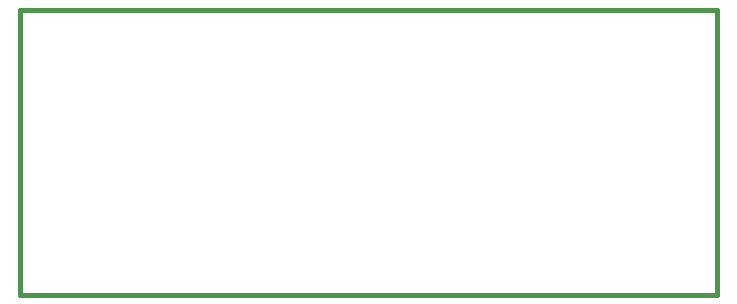
<source format=gbr>
G04 (created by PCBNEW-RS274X (2012-01-19 BZR 3256)-stable) date 7/9/2012 4:42:01 PM*
G01*
G70*
G90*
%MOIN*%
G04 Gerber Fmt 3.4, Leading zero omitted, Abs format*
%FSLAX34Y34*%
G04 APERTURE LIST*
%ADD10C,0.006000*%
%ADD11C,0.015000*%
G04 APERTURE END LIST*
G54D10*
G54D11*
X62250Y-30000D02*
X39000Y-30000D01*
X39000Y-20500D02*
X62250Y-20500D01*
X62250Y-20500D02*
X62250Y-30000D01*
X39000Y-30000D02*
X39000Y-20500D01*
M02*

</source>
